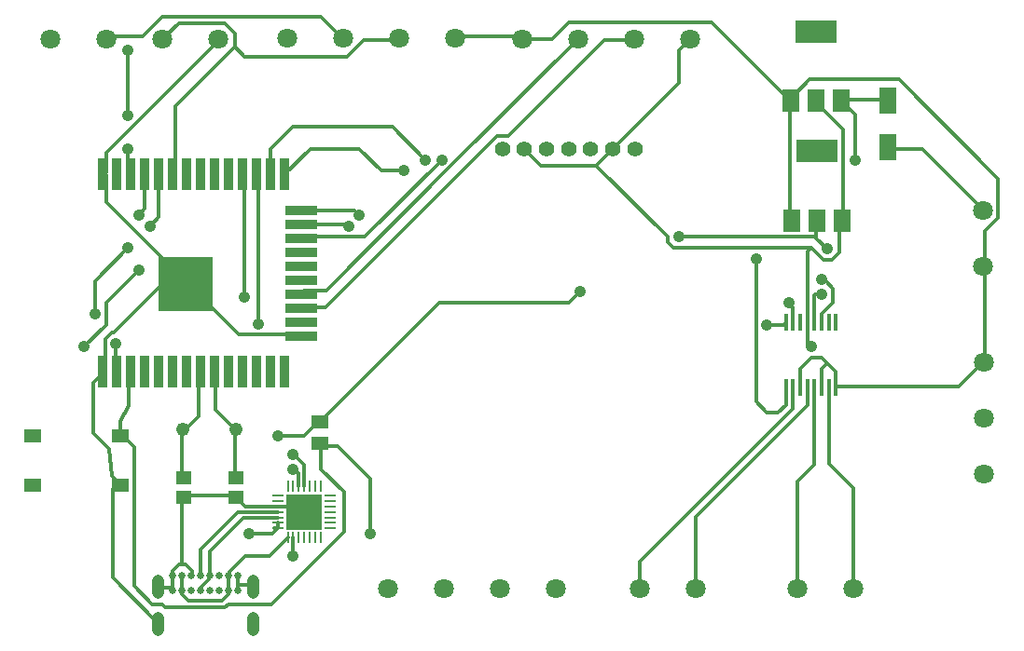
<source format=gbr>
G04 EAGLE Gerber X2 export*
%TF.Part,Single*%
%TF.FileFunction,Copper,L1,Top,Mixed*%
%TF.FilePolarity,Positive*%
%TF.GenerationSoftware,Autodesk,EAGLE,9.7.0*%
%TF.CreationDate,2022-05-06T10:44:24Z*%
G75*
%MOMM*%
%FSLAX46Y46*%
%LPD*%
%INTop Copper*%
%AMOC8*
5,1,8,0,0,1.08239X$1,22.5*%
G01*
G04 Define Apertures*
%ADD10R,1.498600X2.006600*%
%ADD11R,3.810000X2.006600*%
%ADD12C,1.800000*%
%ADD13R,1.465300X1.164600*%
%ADD14R,1.565300X2.392000*%
%ADD15R,1.500000X1.300000*%
%ADD16R,1.550000X1.300000*%
%ADD17R,0.900000X3.000000*%
%ADD18R,3.000000X0.900000*%
%ADD19R,5.000000X5.000000*%
%ADD20C,1.219200*%
%ADD21C,0.650000*%
%ADD22C,1.108000*%
%ADD23R,0.990000X0.270000*%
%ADD24R,0.270000X0.990000*%
%ADD25R,3.250000X3.250000*%
%ADD26R,0.450000X1.525000*%
%ADD27C,1.422400*%
%ADD28C,0.300000*%
%ADD29C,1.050000*%
D10*
X71279400Y38500400D03*
X73565400Y38500400D03*
X75851400Y38500400D03*
D11*
X73540000Y44799600D03*
D10*
X71169400Y49350400D03*
X73455400Y49350400D03*
X75741400Y49350400D03*
D11*
X73430000Y55649600D03*
D12*
X88590000Y39380000D03*
X88590000Y34300000D03*
D13*
X16020000Y15065400D03*
X16020000Y13314600D03*
X20800000Y13314600D03*
X20800000Y15065400D03*
D14*
X80000000Y49407900D03*
X80000000Y45192100D03*
D12*
X19200000Y55000000D03*
X14120000Y55000000D03*
X9040000Y55000000D03*
X3960000Y55000000D03*
X40700000Y55022000D03*
X35620000Y55022000D03*
X30540000Y55022000D03*
X25460000Y55022000D03*
X76860000Y5000000D03*
X71780000Y5000000D03*
X62560000Y5000000D03*
X57480000Y5000000D03*
X88670000Y15410000D03*
X88670000Y20490000D03*
X88670000Y25570000D03*
D15*
X28450000Y18270000D03*
X28450000Y20170000D03*
D16*
X2365000Y14430000D03*
X10315000Y14430000D03*
X2365000Y18930000D03*
X10315000Y18930000D03*
D17*
X25240000Y24710000D03*
X25240000Y42710000D03*
D18*
X26740000Y27995000D03*
X26740000Y29265000D03*
X26740000Y30535000D03*
X26740000Y31805000D03*
X26740000Y33075000D03*
X26740000Y34345000D03*
X26740000Y35615000D03*
X26740000Y36885000D03*
X26740000Y38155000D03*
X26740000Y39425000D03*
D17*
X23970000Y24710000D03*
X22700000Y24710000D03*
X21430000Y24710000D03*
X20160000Y24710000D03*
X18890000Y24710000D03*
X17620000Y24710000D03*
X16350000Y24710000D03*
X15080000Y24710000D03*
X13810000Y24710000D03*
X12540000Y24710000D03*
X11270000Y24710000D03*
X10000000Y24710000D03*
X8730000Y24710000D03*
X23970000Y42710000D03*
X22700000Y42710000D03*
X21430000Y42710000D03*
X20160000Y42710000D03*
X18890000Y42710000D03*
X17620000Y42710000D03*
X16350000Y42710000D03*
X15080000Y42710000D03*
X13810000Y42710000D03*
X12540000Y42710000D03*
X11270000Y42710000D03*
X10000000Y42710000D03*
X8730000Y42710000D03*
D19*
X16240000Y32710000D03*
D12*
X62000000Y55000000D03*
X56920000Y55000000D03*
X51840000Y55000000D03*
X46760000Y55000000D03*
X34590000Y5000000D03*
X39670000Y5000000D03*
X44750000Y5000000D03*
X49830000Y5000000D03*
D20*
X20763000Y19470000D03*
X15937000Y19470000D03*
D21*
X15025000Y6230000D03*
X15875000Y6230000D03*
X16725000Y6230000D03*
X17575000Y6230000D03*
X18425000Y6230000D03*
X19275000Y6230000D03*
X20125000Y6230000D03*
X20975000Y6230000D03*
X20975000Y4880000D03*
X20125000Y4880000D03*
X19275000Y4880000D03*
X18425000Y4880000D03*
X17575000Y4880000D03*
X16725000Y4880000D03*
X15875000Y4880000D03*
X15025000Y4880000D03*
D22*
X13675000Y4696000D02*
X13675000Y5804000D01*
X22325000Y5804000D02*
X22325000Y4696000D01*
X22325000Y2424000D02*
X22325000Y1316000D01*
X13675000Y1316000D02*
X13675000Y2424000D01*
D23*
X24640000Y13500000D03*
X24640000Y13000000D03*
X24640000Y12500000D03*
X24640000Y12000000D03*
X24640000Y11500000D03*
X24640000Y11000000D03*
X24640000Y10500000D03*
D24*
X25500000Y9640000D03*
X26000000Y9640000D03*
X26500000Y9640000D03*
X27000000Y9640000D03*
X27500000Y9640000D03*
X28000000Y9640000D03*
X28500000Y9640000D03*
D23*
X29360000Y10500000D03*
X29360000Y11000000D03*
X29360000Y11500000D03*
X29360000Y12000000D03*
X29360000Y12500000D03*
X29360000Y13000000D03*
X29360000Y13500000D03*
D24*
X28500000Y14360000D03*
X28000000Y14360000D03*
X27500000Y14360000D03*
X27000000Y14360000D03*
X26500000Y14360000D03*
X26000000Y14360000D03*
X25500000Y14360000D03*
D25*
X27000000Y12000000D03*
D26*
X75275000Y29208000D03*
X74625000Y29208000D03*
X73975000Y29208000D03*
X73325000Y29208000D03*
X72675000Y29208000D03*
X72025000Y29208000D03*
X71375000Y29208000D03*
X70725000Y29208000D03*
X70725000Y23284000D03*
X71375000Y23284000D03*
X72025000Y23284000D03*
X72675000Y23284000D03*
X73325000Y23284000D03*
X73975000Y23284000D03*
X74625000Y23284000D03*
X75275000Y23284000D03*
D27*
X45000000Y45000000D03*
X47000000Y45000000D03*
X49000000Y45000000D03*
X51000000Y45000000D03*
X53000000Y45000000D03*
X55000000Y45000000D03*
X57000000Y45000000D03*
D28*
X9900000Y27300000D02*
X9900000Y24900000D01*
X10000000Y24710000D01*
X28500000Y20400000D02*
X28450000Y20170000D01*
X73500000Y36900000D02*
X73500000Y37000000D01*
X73500000Y36900000D02*
X74500000Y35900000D01*
X73500000Y37000000D02*
X73500000Y38400000D01*
X73565400Y38500400D01*
X27000000Y18900000D02*
X24600000Y18900000D01*
X27000000Y18900000D02*
X28200000Y20100000D01*
X28450000Y20170000D01*
D29*
X9900000Y27300000D03*
X74500000Y35900000D03*
X24600000Y18900000D03*
D28*
X28450000Y20170000D02*
X39280000Y31000000D01*
X51000000Y31000000D01*
X52000000Y32000000D01*
D29*
X52000000Y32000000D03*
X61000000Y37000000D03*
D28*
X73500000Y37000000D01*
X75900000Y49500000D02*
X79800000Y49500000D01*
X75900000Y49500000D02*
X75741400Y49350400D01*
X79800000Y49500000D02*
X80000000Y49407900D01*
X70725000Y23284000D02*
X70725000Y21725000D01*
X70000000Y21000000D01*
X69000000Y21000000D01*
X68000000Y22000000D01*
X68000000Y35000000D01*
D29*
X68000000Y35000000D03*
X77000000Y44000000D03*
D28*
X77000000Y48091800D01*
X75741400Y49350400D01*
X20700000Y13500000D02*
X16200000Y13500000D01*
X16020000Y13314600D01*
X20700000Y13500000D02*
X20800000Y13314600D01*
X15000000Y6000000D02*
X15000000Y5100000D01*
X15000000Y6000000D02*
X15025000Y6230000D01*
X16800000Y6300000D02*
X16800000Y6600000D01*
X16200000Y7200000D01*
X15900000Y7200000D02*
X15600000Y7200000D01*
X15900000Y7200000D02*
X16200000Y7200000D01*
X15600000Y7200000D02*
X15000000Y6600000D01*
X15000000Y6300000D01*
X16725000Y6230000D02*
X16800000Y6300000D01*
X15025000Y6230000D02*
X15000000Y6300000D01*
X15000000Y5100000D02*
X13800000Y5100000D01*
X15000000Y5100000D02*
X15025000Y4880000D01*
X13800000Y5100000D02*
X13675000Y5250000D01*
X15900000Y7200000D02*
X15900000Y13200000D01*
X16020000Y13314600D01*
X21000000Y5400000D02*
X21000000Y5100000D01*
X21000000Y5400000D02*
X21000000Y6000000D01*
X20975000Y6230000D01*
X21000000Y5100000D02*
X20975000Y4880000D01*
X21000000Y5400000D02*
X22200000Y5400000D01*
X22325000Y5250000D01*
X20975000Y6230000D02*
X21000000Y6300000D01*
X9300000Y17700000D02*
X7800000Y19200000D01*
X7800000Y23700000D01*
X8700000Y24600000D01*
X9518225Y15226775D02*
X10315000Y14430000D01*
X9518225Y15226775D02*
X9300000Y17700000D01*
X8700000Y24600000D02*
X8730000Y24710000D01*
X16240000Y32710000D02*
X16500000Y32700000D01*
X9000000Y40200000D02*
X9000000Y42600000D01*
X15300000Y33900000D02*
X16200000Y33000000D01*
X15300000Y33900000D02*
X9000000Y40200000D01*
X9000000Y42600000D02*
X8730000Y42710000D01*
X16200000Y33000000D02*
X16240000Y32710000D01*
X9000000Y42900000D02*
X8730000Y42710000D01*
X15300000Y33900000D02*
X16240000Y32710000D01*
X9600000Y6000000D02*
X13500000Y2100000D01*
X9600000Y6000000D02*
X9600000Y14103859D01*
X13500000Y2100000D02*
X13675000Y1870000D01*
X9600000Y14103859D02*
X10315000Y14430000D01*
X75300000Y23400000D02*
X86400000Y23400000D01*
X88500000Y25500000D01*
X75300000Y23400000D02*
X75275000Y23284000D01*
X88500000Y25500000D02*
X88670000Y25570000D01*
X88800000Y25800000D02*
X88800000Y34200000D01*
X88590000Y34300000D01*
X88800000Y25800000D02*
X88670000Y25570000D01*
X71100000Y38700000D02*
X71100000Y49200000D01*
X71100000Y38700000D02*
X71279400Y38500400D01*
X71100000Y49200000D02*
X71169400Y49350400D01*
X46500000Y55200000D02*
X40800000Y55200000D01*
X46500000Y55200000D02*
X46760000Y55000000D01*
X40800000Y55200000D02*
X40700000Y55022000D01*
X88800000Y37500000D02*
X88800000Y34500000D01*
X88800000Y37500000D02*
X90000000Y38700000D01*
X90000000Y42300000D01*
X81000000Y51300000D01*
X72900000Y51300000D01*
X71100000Y49500000D01*
X88590000Y34300000D02*
X88800000Y34500000D01*
X71169400Y49350400D02*
X71100000Y49500000D01*
X72025000Y25025000D02*
X72025000Y23284000D01*
X75275000Y23284000D02*
X75275000Y24725000D01*
X74500000Y25500000D01*
X74000000Y26000000D01*
X73000000Y26000000D01*
X72025000Y25025000D01*
X73975000Y24975000D02*
X73975000Y23284000D01*
X73975000Y24975000D02*
X74500000Y25500000D01*
X26500000Y12500000D02*
X24640000Y12500000D01*
X26500000Y12500000D02*
X27000000Y12000000D01*
X24640000Y12500000D02*
X21614600Y12500000D01*
X20800000Y13314600D01*
X26740000Y27995000D02*
X26610000Y28125000D01*
X21075000Y28125000D02*
X16500000Y32700000D01*
X21075000Y28125000D02*
X26610000Y28125000D01*
X15300000Y33900000D02*
X9675000Y28275000D01*
X9496138Y28275000D01*
X8925000Y27703863D01*
X8925000Y24905000D02*
X8730000Y24710000D01*
X8925000Y24905000D02*
X8925000Y27703863D01*
X46760000Y55000000D02*
X49500000Y55000000D01*
X51000000Y56500000D01*
X64000000Y56500000D01*
X71000000Y49500000D01*
X71169400Y49350400D01*
X9000000Y44621138D02*
X9000000Y42900000D01*
X9000000Y44621138D02*
X19200000Y54821138D01*
X19200000Y55000000D01*
X73325000Y31675000D02*
X73325000Y29208000D01*
D29*
X36000000Y43000000D03*
D28*
X34000000Y43000000D01*
X32000000Y45000000D01*
X27530000Y45000000D01*
X25240000Y42710000D01*
D29*
X74000000Y31750000D03*
D28*
X73400000Y31750000D02*
X73325000Y31675000D01*
X73400000Y31750000D02*
X74000000Y31750000D01*
X31575000Y39425000D02*
X26740000Y39425000D01*
X31575000Y39425000D02*
X32000000Y39000000D01*
D29*
X32000000Y39000000D03*
D28*
X71375000Y30625000D02*
X71375000Y29208000D01*
X71375000Y30625000D02*
X71000000Y31000000D01*
D29*
X71000000Y31000000D03*
D28*
X30845000Y38155000D02*
X26740000Y38155000D01*
X30845000Y38155000D02*
X31000000Y38000000D01*
D29*
X31000000Y38000000D03*
D28*
X70517000Y29000000D02*
X70725000Y29208000D01*
X70517000Y29000000D02*
X69000000Y29000000D01*
D29*
X69000000Y29000000D03*
D28*
X80100000Y45000000D02*
X83100000Y45000000D01*
X88500000Y39600000D01*
X80100000Y45000000D02*
X80000000Y45192100D01*
X88500000Y39600000D02*
X88590000Y39380000D01*
X20700000Y19200000D02*
X20700000Y15300000D01*
X20800000Y15065400D01*
X20700000Y19200000D02*
X20763000Y19470000D01*
X18900000Y21300000D02*
X18900000Y24600000D01*
X18900000Y21300000D02*
X20700000Y19500000D01*
X18900000Y24600000D02*
X18890000Y24710000D01*
X20700000Y19500000D02*
X20763000Y19470000D01*
X15900000Y19200000D02*
X15900000Y15300000D01*
X16020000Y15065400D01*
X15900000Y19200000D02*
X15937000Y19470000D01*
X17400000Y20700000D02*
X17400000Y24600000D01*
X17400000Y20700000D02*
X16200000Y19500000D01*
X17400000Y24600000D02*
X17620000Y24710000D01*
X16200000Y19500000D02*
X15937000Y19470000D01*
X28500000Y18000000D02*
X28500000Y15900000D01*
X30600000Y13800000D01*
X30600000Y10200000D01*
X24000000Y3600000D01*
X20100000Y3600000D01*
X19800000Y3300000D01*
X14400000Y3300000D01*
X14100000Y3600000D01*
X13200000Y3600000D01*
X28500000Y18000000D02*
X28450000Y18270000D01*
X10600000Y18800000D02*
X10315000Y18930000D01*
X11100000Y21600000D02*
X11100000Y24600000D01*
X11270000Y24710000D01*
X11100000Y21600000D02*
X10315000Y20283969D01*
X10315000Y18930000D01*
X26000000Y9640000D02*
X26000000Y8000000D01*
D29*
X26000000Y8000000D03*
X33000000Y10000000D03*
D28*
X33000000Y15000000D01*
X30000000Y18000000D01*
X28500000Y18000000D01*
X13200000Y3600000D02*
X11540000Y5260000D01*
X11540000Y17860000D02*
X10600000Y18800000D01*
X11540000Y17860000D02*
X11540000Y5260000D01*
X15300000Y42900000D02*
X15300000Y48900000D01*
X20700000Y54300000D01*
X20700000Y55500000D01*
X19800000Y56400000D01*
X15600000Y56400000D01*
X14400000Y55200000D01*
X15300000Y42900000D02*
X15080000Y42710000D01*
X14120000Y55000000D02*
X14400000Y55200000D01*
X32400000Y54900000D02*
X35400000Y54900000D01*
X32400000Y54900000D02*
X30900000Y53400000D01*
X21600000Y53400000D01*
X20700000Y54300000D01*
X35400000Y54900000D02*
X35620000Y55022000D01*
X23970000Y44970000D02*
X23970000Y42710000D01*
X23970000Y44970000D02*
X26000000Y47000000D01*
X35000000Y47000000D01*
X38000000Y44000000D01*
D29*
X38000000Y44000000D03*
D28*
X73975000Y29975000D02*
X73975000Y29208000D01*
X73975000Y29975000D02*
X75000000Y31000000D01*
X75000000Y32325831D01*
X74388331Y32937500D01*
D29*
X74000000Y33100000D03*
D28*
X74162500Y32937500D02*
X74388331Y32937500D01*
X74162500Y32937500D02*
X74000000Y33100000D01*
X12300000Y55200000D02*
X9300000Y55200000D01*
X12300000Y55200000D02*
X14100000Y57000000D01*
X28500000Y57000000D01*
X30300000Y55200000D01*
X9300000Y55200000D02*
X9040000Y55000000D01*
X30300000Y55200000D02*
X30540000Y55022000D01*
X22800000Y42600000D02*
X22800000Y29100000D01*
X22800000Y42600000D02*
X22700000Y42710000D01*
D29*
X22800000Y29100000D03*
D28*
X11000000Y48000000D02*
X11000000Y54000000D01*
X11000000Y45000000D02*
X11000000Y43000000D01*
X11270000Y42710000D01*
D29*
X11000000Y54000000D03*
X11000000Y48000000D03*
X11000000Y45000000D03*
D28*
X21600000Y42600000D02*
X21600000Y31500000D01*
X21600000Y42600000D02*
X21430000Y42710000D01*
D29*
X21600000Y31500000D03*
D28*
X75900000Y38700000D02*
X75900000Y46800000D01*
X73500000Y49200000D01*
X75900000Y38700000D02*
X75851400Y38500400D01*
X73500000Y49200000D02*
X73455400Y49350400D01*
X24640000Y10500000D02*
X24300000Y10500000D01*
X75600000Y38400000D02*
X75851400Y38500400D01*
X24640000Y11000000D02*
X24640000Y10500000D01*
X24140000Y10000000D01*
X22000000Y10000000D01*
D29*
X22000000Y10000000D03*
D28*
X72675000Y29208000D02*
X72675000Y35675000D01*
X73000000Y36000000D01*
X72675000Y29208000D02*
X72675000Y27325000D01*
X73000000Y27000000D01*
D29*
X73000000Y27000000D03*
D28*
X73000000Y36000000D02*
X73021138Y36000000D01*
X74096138Y34925000D02*
X74903863Y34925000D01*
X74096138Y34925000D02*
X73021138Y36000000D01*
X74903863Y34925000D02*
X75600000Y35621138D01*
X75600000Y38400000D01*
X48500000Y43500000D02*
X47000000Y45000000D01*
X48500000Y43500000D02*
X53500000Y43500000D01*
X55000000Y45000000D01*
X61000000Y51000000D02*
X61000000Y54000000D01*
X61000000Y51000000D02*
X55000000Y45000000D01*
X53500000Y43500000D02*
X60000000Y37000000D01*
X60000000Y36500000D01*
X60500000Y36000000D01*
X73000000Y36000000D01*
X61000000Y54000000D02*
X62000000Y55000000D01*
X27000000Y30600000D02*
X26740000Y30535000D01*
X56700000Y54900000D02*
X56920000Y55000000D01*
X56700000Y54900000D02*
X54257813Y54900000D01*
X45519013Y46161200D01*
X44519013Y46161200D01*
X28957813Y30600000D02*
X27000000Y30600000D01*
X28957813Y30600000D02*
X44519013Y46161200D01*
X27000000Y32100000D02*
X26740000Y31805000D01*
X40475000Y43635000D02*
X51840000Y55000000D01*
X40475000Y43635000D02*
X40475000Y43596138D01*
X28978863Y32100000D01*
X27000000Y32100000D01*
D29*
X8000000Y30000000D03*
D28*
X8000000Y33000000D01*
X11000000Y36000000D01*
D29*
X11000000Y36000000D03*
X12000000Y39000000D03*
D28*
X12540000Y39540000D02*
X12540000Y42710000D01*
X12540000Y39540000D02*
X12000000Y39000000D01*
D29*
X26000000Y17250000D03*
D28*
X26375000Y16875000D02*
X26403863Y16875000D01*
X26375000Y16875000D02*
X26000000Y17250000D01*
X27000000Y16278863D02*
X27000000Y14360000D01*
X27000000Y16278863D02*
X26403863Y16875000D01*
X26500000Y15500000D02*
X26500000Y14360000D01*
X26500000Y15500000D02*
X26000000Y16000000D01*
X13810000Y38810000D02*
X13810000Y42710000D01*
X13810000Y38810000D02*
X13000000Y38000000D01*
D29*
X13000000Y38000000D03*
X12000000Y34000000D03*
D28*
X9000000Y31000000D01*
X9000000Y29000000D01*
X7000000Y27000000D01*
D29*
X7000000Y27000000D03*
X26000000Y15900000D03*
D28*
X26000000Y16000000D01*
X15900000Y6000000D02*
X15900000Y5100000D01*
X15875000Y4880000D01*
X15900000Y6000000D02*
X15875000Y6230000D01*
X20100000Y6000000D02*
X20100000Y5100000D01*
X20125000Y4880000D01*
X20100000Y6000000D02*
X20125000Y6230000D01*
X15900000Y4800000D02*
X15900000Y4500000D01*
X16500000Y3900000D01*
X19500000Y3900000D01*
X20100000Y4500000D01*
X20100000Y4800000D01*
X15900000Y4800000D02*
X15875000Y4880000D01*
X20100000Y4800000D02*
X20125000Y4880000D01*
X23860000Y8000000D02*
X25500000Y9640000D01*
X23860000Y8000000D02*
X21648981Y8000000D01*
X20200000Y6551019D02*
X20200000Y6305000D01*
X20125000Y6230000D01*
X20200000Y6551019D02*
X21648981Y8000000D01*
X21000000Y12000000D02*
X17575000Y8575000D01*
X17575000Y6230000D01*
X21000000Y12000000D02*
X24640000Y12000000D01*
X18350000Y6155000D02*
X18350000Y5908981D01*
X18350000Y6155000D02*
X18425000Y6230000D01*
X17575000Y5133981D02*
X17575000Y4880000D01*
X17575000Y5133981D02*
X18350000Y5908981D01*
X18425000Y6230000D02*
X18425000Y8425000D01*
X21500000Y11500000D01*
X24640000Y11500000D01*
X74625000Y16375000D02*
X74625000Y23284000D01*
X74625000Y16375000D02*
X76860000Y14140000D01*
X76860000Y5000000D01*
X73325000Y16325000D02*
X73325000Y23284000D01*
X73325000Y16325000D02*
X71780000Y14780000D01*
X71780000Y5000000D01*
X72675000Y21675000D02*
X72675000Y23284000D01*
X72675000Y21675000D02*
X62560000Y11560000D01*
X62560000Y5000000D01*
X71375000Y21375000D02*
X71375000Y23284000D01*
X71375000Y21375000D02*
X57480000Y7480000D01*
X57480000Y5000000D01*
X32500000Y37000000D02*
X39500000Y44000000D01*
X32500000Y37000000D02*
X27000000Y37000000D01*
X26740000Y36885000D01*
D29*
X39500000Y44000000D03*
M02*

</source>
